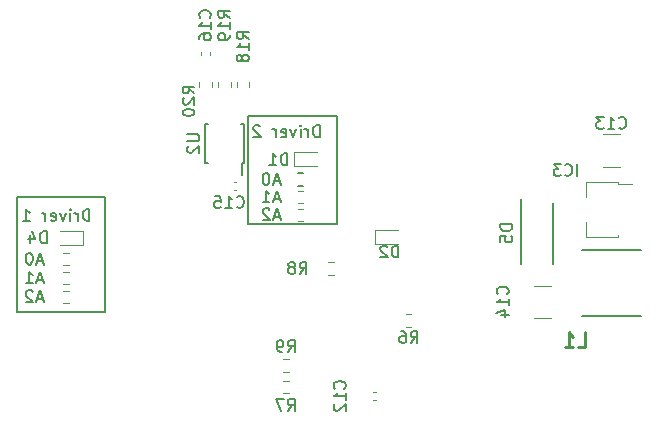
<source format=gbo>
%TF.GenerationSoftware,KiCad,Pcbnew,7.0.8*%
%TF.CreationDate,2023-10-22T00:54:02+03:00*%
%TF.ProjectId,ltp_kikad,6c74705f-6b69-46b6-9164-2e6b69636164,rev?*%
%TF.SameCoordinates,Original*%
%TF.FileFunction,Legend,Bot*%
%TF.FilePolarity,Positive*%
%FSLAX46Y46*%
G04 Gerber Fmt 4.6, Leading zero omitted, Abs format (unit mm)*
G04 Created by KiCad (PCBNEW 7.0.8) date 2023-10-22 00:54:02*
%MOMM*%
%LPD*%
G01*
G04 APERTURE LIST*
%ADD10C,0.150000*%
%ADD11C,0.254000*%
%ADD12C,0.120000*%
%ADD13C,0.127000*%
%ADD14C,0.200000*%
G04 APERTURE END LIST*
D10*
X148787000Y-83900000D02*
X156287000Y-83900000D01*
X156287000Y-93000000D01*
X148787000Y-93000000D01*
X148787000Y-83900000D01*
X129187000Y-90700000D02*
X136662000Y-90700000D01*
X136662000Y-100450000D01*
X129187000Y-100450000D01*
X129187000Y-90700000D01*
X154850220Y-85669819D02*
X154850220Y-84669819D01*
X154850220Y-84669819D02*
X154612125Y-84669819D01*
X154612125Y-84669819D02*
X154469268Y-84717438D01*
X154469268Y-84717438D02*
X154374030Y-84812676D01*
X154374030Y-84812676D02*
X154326411Y-84907914D01*
X154326411Y-84907914D02*
X154278792Y-85098390D01*
X154278792Y-85098390D02*
X154278792Y-85241247D01*
X154278792Y-85241247D02*
X154326411Y-85431723D01*
X154326411Y-85431723D02*
X154374030Y-85526961D01*
X154374030Y-85526961D02*
X154469268Y-85622200D01*
X154469268Y-85622200D02*
X154612125Y-85669819D01*
X154612125Y-85669819D02*
X154850220Y-85669819D01*
X153850220Y-85669819D02*
X153850220Y-85003152D01*
X153850220Y-85193628D02*
X153802601Y-85098390D01*
X153802601Y-85098390D02*
X153754982Y-85050771D01*
X153754982Y-85050771D02*
X153659744Y-85003152D01*
X153659744Y-85003152D02*
X153564506Y-85003152D01*
X153231172Y-85669819D02*
X153231172Y-85003152D01*
X153231172Y-84669819D02*
X153278791Y-84717438D01*
X153278791Y-84717438D02*
X153231172Y-84765057D01*
X153231172Y-84765057D02*
X153183553Y-84717438D01*
X153183553Y-84717438D02*
X153231172Y-84669819D01*
X153231172Y-84669819D02*
X153231172Y-84765057D01*
X152850220Y-85003152D02*
X152612125Y-85669819D01*
X152612125Y-85669819D02*
X152374030Y-85003152D01*
X151612125Y-85622200D02*
X151707363Y-85669819D01*
X151707363Y-85669819D02*
X151897839Y-85669819D01*
X151897839Y-85669819D02*
X151993077Y-85622200D01*
X151993077Y-85622200D02*
X152040696Y-85526961D01*
X152040696Y-85526961D02*
X152040696Y-85146009D01*
X152040696Y-85146009D02*
X151993077Y-85050771D01*
X151993077Y-85050771D02*
X151897839Y-85003152D01*
X151897839Y-85003152D02*
X151707363Y-85003152D01*
X151707363Y-85003152D02*
X151612125Y-85050771D01*
X151612125Y-85050771D02*
X151564506Y-85146009D01*
X151564506Y-85146009D02*
X151564506Y-85241247D01*
X151564506Y-85241247D02*
X152040696Y-85336485D01*
X151135934Y-85669819D02*
X151135934Y-85003152D01*
X151135934Y-85193628D02*
X151088315Y-85098390D01*
X151088315Y-85098390D02*
X151040696Y-85050771D01*
X151040696Y-85050771D02*
X150945458Y-85003152D01*
X150945458Y-85003152D02*
X150850220Y-85003152D01*
X149802600Y-84765057D02*
X149754981Y-84717438D01*
X149754981Y-84717438D02*
X149659743Y-84669819D01*
X149659743Y-84669819D02*
X149421648Y-84669819D01*
X149421648Y-84669819D02*
X149326410Y-84717438D01*
X149326410Y-84717438D02*
X149278791Y-84765057D01*
X149278791Y-84765057D02*
X149231172Y-84860295D01*
X149231172Y-84860295D02*
X149231172Y-84955533D01*
X149231172Y-84955533D02*
X149278791Y-85098390D01*
X149278791Y-85098390D02*
X149850219Y-85669819D01*
X149850219Y-85669819D02*
X149231172Y-85669819D01*
X135350220Y-92769819D02*
X135350220Y-91769819D01*
X135350220Y-91769819D02*
X135112125Y-91769819D01*
X135112125Y-91769819D02*
X134969268Y-91817438D01*
X134969268Y-91817438D02*
X134874030Y-91912676D01*
X134874030Y-91912676D02*
X134826411Y-92007914D01*
X134826411Y-92007914D02*
X134778792Y-92198390D01*
X134778792Y-92198390D02*
X134778792Y-92341247D01*
X134778792Y-92341247D02*
X134826411Y-92531723D01*
X134826411Y-92531723D02*
X134874030Y-92626961D01*
X134874030Y-92626961D02*
X134969268Y-92722200D01*
X134969268Y-92722200D02*
X135112125Y-92769819D01*
X135112125Y-92769819D02*
X135350220Y-92769819D01*
X134350220Y-92769819D02*
X134350220Y-92103152D01*
X134350220Y-92293628D02*
X134302601Y-92198390D01*
X134302601Y-92198390D02*
X134254982Y-92150771D01*
X134254982Y-92150771D02*
X134159744Y-92103152D01*
X134159744Y-92103152D02*
X134064506Y-92103152D01*
X133731172Y-92769819D02*
X133731172Y-92103152D01*
X133731172Y-91769819D02*
X133778791Y-91817438D01*
X133778791Y-91817438D02*
X133731172Y-91865057D01*
X133731172Y-91865057D02*
X133683553Y-91817438D01*
X133683553Y-91817438D02*
X133731172Y-91769819D01*
X133731172Y-91769819D02*
X133731172Y-91865057D01*
X133350220Y-92103152D02*
X133112125Y-92769819D01*
X133112125Y-92769819D02*
X132874030Y-92103152D01*
X132112125Y-92722200D02*
X132207363Y-92769819D01*
X132207363Y-92769819D02*
X132397839Y-92769819D01*
X132397839Y-92769819D02*
X132493077Y-92722200D01*
X132493077Y-92722200D02*
X132540696Y-92626961D01*
X132540696Y-92626961D02*
X132540696Y-92246009D01*
X132540696Y-92246009D02*
X132493077Y-92150771D01*
X132493077Y-92150771D02*
X132397839Y-92103152D01*
X132397839Y-92103152D02*
X132207363Y-92103152D01*
X132207363Y-92103152D02*
X132112125Y-92150771D01*
X132112125Y-92150771D02*
X132064506Y-92246009D01*
X132064506Y-92246009D02*
X132064506Y-92341247D01*
X132064506Y-92341247D02*
X132540696Y-92436485D01*
X131635934Y-92769819D02*
X131635934Y-92103152D01*
X131635934Y-92293628D02*
X131588315Y-92198390D01*
X131588315Y-92198390D02*
X131540696Y-92150771D01*
X131540696Y-92150771D02*
X131445458Y-92103152D01*
X131445458Y-92103152D02*
X131350220Y-92103152D01*
X129731172Y-92769819D02*
X130302600Y-92769819D01*
X130016886Y-92769819D02*
X130016886Y-91769819D01*
X130016886Y-91769819D02*
X130112124Y-91912676D01*
X130112124Y-91912676D02*
X130207362Y-92007914D01*
X130207362Y-92007914D02*
X130302600Y-92055533D01*
X176663189Y-88954819D02*
X176663189Y-87954819D01*
X175615571Y-88859580D02*
X175663190Y-88907200D01*
X175663190Y-88907200D02*
X175806047Y-88954819D01*
X175806047Y-88954819D02*
X175901285Y-88954819D01*
X175901285Y-88954819D02*
X176044142Y-88907200D01*
X176044142Y-88907200D02*
X176139380Y-88811961D01*
X176139380Y-88811961D02*
X176186999Y-88716723D01*
X176186999Y-88716723D02*
X176234618Y-88526247D01*
X176234618Y-88526247D02*
X176234618Y-88383390D01*
X176234618Y-88383390D02*
X176186999Y-88192914D01*
X176186999Y-88192914D02*
X176139380Y-88097676D01*
X176139380Y-88097676D02*
X176044142Y-88002438D01*
X176044142Y-88002438D02*
X175901285Y-87954819D01*
X175901285Y-87954819D02*
X175806047Y-87954819D01*
X175806047Y-87954819D02*
X175663190Y-88002438D01*
X175663190Y-88002438D02*
X175615571Y-88050057D01*
X175282237Y-87954819D02*
X174663190Y-87954819D01*
X174663190Y-87954819D02*
X174996523Y-88335771D01*
X174996523Y-88335771D02*
X174853666Y-88335771D01*
X174853666Y-88335771D02*
X174758428Y-88383390D01*
X174758428Y-88383390D02*
X174710809Y-88431009D01*
X174710809Y-88431009D02*
X174663190Y-88526247D01*
X174663190Y-88526247D02*
X174663190Y-88764342D01*
X174663190Y-88764342D02*
X174710809Y-88859580D01*
X174710809Y-88859580D02*
X174758428Y-88907200D01*
X174758428Y-88907200D02*
X174853666Y-88954819D01*
X174853666Y-88954819D02*
X175139380Y-88954819D01*
X175139380Y-88954819D02*
X175234618Y-88907200D01*
X175234618Y-88907200D02*
X175282237Y-88859580D01*
X152125094Y-88054819D02*
X152125094Y-87054819D01*
X152125094Y-87054819D02*
X151886999Y-87054819D01*
X151886999Y-87054819D02*
X151744142Y-87102438D01*
X151744142Y-87102438D02*
X151648904Y-87197676D01*
X151648904Y-87197676D02*
X151601285Y-87292914D01*
X151601285Y-87292914D02*
X151553666Y-87483390D01*
X151553666Y-87483390D02*
X151553666Y-87626247D01*
X151553666Y-87626247D02*
X151601285Y-87816723D01*
X151601285Y-87816723D02*
X151648904Y-87911961D01*
X151648904Y-87911961D02*
X151744142Y-88007200D01*
X151744142Y-88007200D02*
X151886999Y-88054819D01*
X151886999Y-88054819D02*
X152125094Y-88054819D01*
X150601285Y-88054819D02*
X151172713Y-88054819D01*
X150886999Y-88054819D02*
X150886999Y-87054819D01*
X150886999Y-87054819D02*
X150982237Y-87197676D01*
X150982237Y-87197676D02*
X151077475Y-87292914D01*
X151077475Y-87292914D02*
X151172713Y-87340533D01*
X161525094Y-95854819D02*
X161525094Y-94854819D01*
X161525094Y-94854819D02*
X161286999Y-94854819D01*
X161286999Y-94854819D02*
X161144142Y-94902438D01*
X161144142Y-94902438D02*
X161048904Y-94997676D01*
X161048904Y-94997676D02*
X161001285Y-95092914D01*
X161001285Y-95092914D02*
X160953666Y-95283390D01*
X160953666Y-95283390D02*
X160953666Y-95426247D01*
X160953666Y-95426247D02*
X161001285Y-95616723D01*
X161001285Y-95616723D02*
X161048904Y-95711961D01*
X161048904Y-95711961D02*
X161144142Y-95807200D01*
X161144142Y-95807200D02*
X161286999Y-95854819D01*
X161286999Y-95854819D02*
X161525094Y-95854819D01*
X160572713Y-94950057D02*
X160525094Y-94902438D01*
X160525094Y-94902438D02*
X160429856Y-94854819D01*
X160429856Y-94854819D02*
X160191761Y-94854819D01*
X160191761Y-94854819D02*
X160096523Y-94902438D01*
X160096523Y-94902438D02*
X160048904Y-94950057D01*
X160048904Y-94950057D02*
X160001285Y-95045295D01*
X160001285Y-95045295D02*
X160001285Y-95140533D01*
X160001285Y-95140533D02*
X160048904Y-95283390D01*
X160048904Y-95283390D02*
X160620332Y-95854819D01*
X160620332Y-95854819D02*
X160001285Y-95854819D01*
X144241819Y-81957142D02*
X143765628Y-81623809D01*
X144241819Y-81385714D02*
X143241819Y-81385714D01*
X143241819Y-81385714D02*
X143241819Y-81766666D01*
X143241819Y-81766666D02*
X143289438Y-81861904D01*
X143289438Y-81861904D02*
X143337057Y-81909523D01*
X143337057Y-81909523D02*
X143432295Y-81957142D01*
X143432295Y-81957142D02*
X143575152Y-81957142D01*
X143575152Y-81957142D02*
X143670390Y-81909523D01*
X143670390Y-81909523D02*
X143718009Y-81861904D01*
X143718009Y-81861904D02*
X143765628Y-81766666D01*
X143765628Y-81766666D02*
X143765628Y-81385714D01*
X143337057Y-82338095D02*
X143289438Y-82385714D01*
X143289438Y-82385714D02*
X143241819Y-82480952D01*
X143241819Y-82480952D02*
X143241819Y-82719047D01*
X143241819Y-82719047D02*
X143289438Y-82814285D01*
X143289438Y-82814285D02*
X143337057Y-82861904D01*
X143337057Y-82861904D02*
X143432295Y-82909523D01*
X143432295Y-82909523D02*
X143527533Y-82909523D01*
X143527533Y-82909523D02*
X143670390Y-82861904D01*
X143670390Y-82861904D02*
X144241819Y-82290476D01*
X144241819Y-82290476D02*
X144241819Y-82909523D01*
X143241819Y-83528571D02*
X143241819Y-83623809D01*
X143241819Y-83623809D02*
X143289438Y-83719047D01*
X143289438Y-83719047D02*
X143337057Y-83766666D01*
X143337057Y-83766666D02*
X143432295Y-83814285D01*
X143432295Y-83814285D02*
X143622771Y-83861904D01*
X143622771Y-83861904D02*
X143860866Y-83861904D01*
X143860866Y-83861904D02*
X144051342Y-83814285D01*
X144051342Y-83814285D02*
X144146580Y-83766666D01*
X144146580Y-83766666D02*
X144194200Y-83719047D01*
X144194200Y-83719047D02*
X144241819Y-83623809D01*
X144241819Y-83623809D02*
X144241819Y-83528571D01*
X144241819Y-83528571D02*
X144194200Y-83433333D01*
X144194200Y-83433333D02*
X144146580Y-83385714D01*
X144146580Y-83385714D02*
X144051342Y-83338095D01*
X144051342Y-83338095D02*
X143860866Y-83290476D01*
X143860866Y-83290476D02*
X143622771Y-83290476D01*
X143622771Y-83290476D02*
X143432295Y-83338095D01*
X143432295Y-83338095D02*
X143337057Y-83385714D01*
X143337057Y-83385714D02*
X143289438Y-83433333D01*
X143289438Y-83433333D02*
X143241819Y-83528571D01*
X170746580Y-98957142D02*
X170794200Y-98909523D01*
X170794200Y-98909523D02*
X170841819Y-98766666D01*
X170841819Y-98766666D02*
X170841819Y-98671428D01*
X170841819Y-98671428D02*
X170794200Y-98528571D01*
X170794200Y-98528571D02*
X170698961Y-98433333D01*
X170698961Y-98433333D02*
X170603723Y-98385714D01*
X170603723Y-98385714D02*
X170413247Y-98338095D01*
X170413247Y-98338095D02*
X170270390Y-98338095D01*
X170270390Y-98338095D02*
X170079914Y-98385714D01*
X170079914Y-98385714D02*
X169984676Y-98433333D01*
X169984676Y-98433333D02*
X169889438Y-98528571D01*
X169889438Y-98528571D02*
X169841819Y-98671428D01*
X169841819Y-98671428D02*
X169841819Y-98766666D01*
X169841819Y-98766666D02*
X169889438Y-98909523D01*
X169889438Y-98909523D02*
X169937057Y-98957142D01*
X170841819Y-99909523D02*
X170841819Y-99338095D01*
X170841819Y-99623809D02*
X169841819Y-99623809D01*
X169841819Y-99623809D02*
X169984676Y-99528571D01*
X169984676Y-99528571D02*
X170079914Y-99433333D01*
X170079914Y-99433333D02*
X170127533Y-99338095D01*
X170175152Y-100766666D02*
X170841819Y-100766666D01*
X169794200Y-100528571D02*
X170508485Y-100290476D01*
X170508485Y-100290476D02*
X170508485Y-100909523D01*
X180192357Y-84859580D02*
X180239976Y-84907200D01*
X180239976Y-84907200D02*
X180382833Y-84954819D01*
X180382833Y-84954819D02*
X180478071Y-84954819D01*
X180478071Y-84954819D02*
X180620928Y-84907200D01*
X180620928Y-84907200D02*
X180716166Y-84811961D01*
X180716166Y-84811961D02*
X180763785Y-84716723D01*
X180763785Y-84716723D02*
X180811404Y-84526247D01*
X180811404Y-84526247D02*
X180811404Y-84383390D01*
X180811404Y-84383390D02*
X180763785Y-84192914D01*
X180763785Y-84192914D02*
X180716166Y-84097676D01*
X180716166Y-84097676D02*
X180620928Y-84002438D01*
X180620928Y-84002438D02*
X180478071Y-83954819D01*
X180478071Y-83954819D02*
X180382833Y-83954819D01*
X180382833Y-83954819D02*
X180239976Y-84002438D01*
X180239976Y-84002438D02*
X180192357Y-84050057D01*
X179239976Y-84954819D02*
X179811404Y-84954819D01*
X179525690Y-84954819D02*
X179525690Y-83954819D01*
X179525690Y-83954819D02*
X179620928Y-84097676D01*
X179620928Y-84097676D02*
X179716166Y-84192914D01*
X179716166Y-84192914D02*
X179811404Y-84240533D01*
X178906642Y-83954819D02*
X178287595Y-83954819D01*
X178287595Y-83954819D02*
X178620928Y-84335771D01*
X178620928Y-84335771D02*
X178478071Y-84335771D01*
X178478071Y-84335771D02*
X178382833Y-84383390D01*
X178382833Y-84383390D02*
X178335214Y-84431009D01*
X178335214Y-84431009D02*
X178287595Y-84526247D01*
X178287595Y-84526247D02*
X178287595Y-84764342D01*
X178287595Y-84764342D02*
X178335214Y-84859580D01*
X178335214Y-84859580D02*
X178382833Y-84907200D01*
X178382833Y-84907200D02*
X178478071Y-84954819D01*
X178478071Y-84954819D02*
X178763785Y-84954819D01*
X178763785Y-84954819D02*
X178859023Y-84907200D01*
X178859023Y-84907200D02*
X178906642Y-84859580D01*
X131401285Y-99369104D02*
X130925095Y-99369104D01*
X131496523Y-99654819D02*
X131163190Y-98654819D01*
X131163190Y-98654819D02*
X130829857Y-99654819D01*
X130544142Y-98750057D02*
X130496523Y-98702438D01*
X130496523Y-98702438D02*
X130401285Y-98654819D01*
X130401285Y-98654819D02*
X130163190Y-98654819D01*
X130163190Y-98654819D02*
X130067952Y-98702438D01*
X130067952Y-98702438D02*
X130020333Y-98750057D01*
X130020333Y-98750057D02*
X129972714Y-98845295D01*
X129972714Y-98845295D02*
X129972714Y-98940533D01*
X129972714Y-98940533D02*
X130020333Y-99083390D01*
X130020333Y-99083390D02*
X130591761Y-99654819D01*
X130591761Y-99654819D02*
X129972714Y-99654819D01*
D11*
X176698666Y-103474318D02*
X177303428Y-103474318D01*
X177303428Y-103474318D02*
X177303428Y-102204318D01*
X175610094Y-103474318D02*
X176335809Y-103474318D01*
X175972952Y-103474318D02*
X175972952Y-102204318D01*
X175972952Y-102204318D02*
X176093904Y-102385746D01*
X176093904Y-102385746D02*
X176214856Y-102506699D01*
X176214856Y-102506699D02*
X176335809Y-102567175D01*
D10*
X151451285Y-92419104D02*
X150975095Y-92419104D01*
X151546523Y-92704819D02*
X151213190Y-91704819D01*
X151213190Y-91704819D02*
X150879857Y-92704819D01*
X150594142Y-91800057D02*
X150546523Y-91752438D01*
X150546523Y-91752438D02*
X150451285Y-91704819D01*
X150451285Y-91704819D02*
X150213190Y-91704819D01*
X150213190Y-91704819D02*
X150117952Y-91752438D01*
X150117952Y-91752438D02*
X150070333Y-91800057D01*
X150070333Y-91800057D02*
X150022714Y-91895295D01*
X150022714Y-91895295D02*
X150022714Y-91990533D01*
X150022714Y-91990533D02*
X150070333Y-92133390D01*
X150070333Y-92133390D02*
X150641761Y-92704819D01*
X150641761Y-92704819D02*
X150022714Y-92704819D01*
X147241819Y-75557142D02*
X146765628Y-75223809D01*
X147241819Y-74985714D02*
X146241819Y-74985714D01*
X146241819Y-74985714D02*
X146241819Y-75366666D01*
X146241819Y-75366666D02*
X146289438Y-75461904D01*
X146289438Y-75461904D02*
X146337057Y-75509523D01*
X146337057Y-75509523D02*
X146432295Y-75557142D01*
X146432295Y-75557142D02*
X146575152Y-75557142D01*
X146575152Y-75557142D02*
X146670390Y-75509523D01*
X146670390Y-75509523D02*
X146718009Y-75461904D01*
X146718009Y-75461904D02*
X146765628Y-75366666D01*
X146765628Y-75366666D02*
X146765628Y-74985714D01*
X147241819Y-76509523D02*
X147241819Y-75938095D01*
X147241819Y-76223809D02*
X146241819Y-76223809D01*
X146241819Y-76223809D02*
X146384676Y-76128571D01*
X146384676Y-76128571D02*
X146479914Y-76033333D01*
X146479914Y-76033333D02*
X146527533Y-75938095D01*
X147241819Y-76985714D02*
X147241819Y-77176190D01*
X147241819Y-77176190D02*
X147194200Y-77271428D01*
X147194200Y-77271428D02*
X147146580Y-77319047D01*
X147146580Y-77319047D02*
X147003723Y-77414285D01*
X147003723Y-77414285D02*
X146813247Y-77461904D01*
X146813247Y-77461904D02*
X146432295Y-77461904D01*
X146432295Y-77461904D02*
X146337057Y-77414285D01*
X146337057Y-77414285D02*
X146289438Y-77366666D01*
X146289438Y-77366666D02*
X146241819Y-77271428D01*
X146241819Y-77271428D02*
X146241819Y-77080952D01*
X146241819Y-77080952D02*
X146289438Y-76985714D01*
X146289438Y-76985714D02*
X146337057Y-76938095D01*
X146337057Y-76938095D02*
X146432295Y-76890476D01*
X146432295Y-76890476D02*
X146670390Y-76890476D01*
X146670390Y-76890476D02*
X146765628Y-76938095D01*
X146765628Y-76938095D02*
X146813247Y-76985714D01*
X146813247Y-76985714D02*
X146860866Y-77080952D01*
X146860866Y-77080952D02*
X146860866Y-77271428D01*
X146860866Y-77271428D02*
X146813247Y-77366666D01*
X146813247Y-77366666D02*
X146765628Y-77414285D01*
X146765628Y-77414285D02*
X146670390Y-77461904D01*
X131401285Y-97769104D02*
X130925095Y-97769104D01*
X131496523Y-98054819D02*
X131163190Y-97054819D01*
X131163190Y-97054819D02*
X130829857Y-98054819D01*
X129972714Y-98054819D02*
X130544142Y-98054819D01*
X130258428Y-98054819D02*
X130258428Y-97054819D01*
X130258428Y-97054819D02*
X130353666Y-97197676D01*
X130353666Y-97197676D02*
X130448904Y-97292914D01*
X130448904Y-97292914D02*
X130544142Y-97340533D01*
X145546580Y-75557142D02*
X145594200Y-75509523D01*
X145594200Y-75509523D02*
X145641819Y-75366666D01*
X145641819Y-75366666D02*
X145641819Y-75271428D01*
X145641819Y-75271428D02*
X145594200Y-75128571D01*
X145594200Y-75128571D02*
X145498961Y-75033333D01*
X145498961Y-75033333D02*
X145403723Y-74985714D01*
X145403723Y-74985714D02*
X145213247Y-74938095D01*
X145213247Y-74938095D02*
X145070390Y-74938095D01*
X145070390Y-74938095D02*
X144879914Y-74985714D01*
X144879914Y-74985714D02*
X144784676Y-75033333D01*
X144784676Y-75033333D02*
X144689438Y-75128571D01*
X144689438Y-75128571D02*
X144641819Y-75271428D01*
X144641819Y-75271428D02*
X144641819Y-75366666D01*
X144641819Y-75366666D02*
X144689438Y-75509523D01*
X144689438Y-75509523D02*
X144737057Y-75557142D01*
X145641819Y-76509523D02*
X145641819Y-75938095D01*
X145641819Y-76223809D02*
X144641819Y-76223809D01*
X144641819Y-76223809D02*
X144784676Y-76128571D01*
X144784676Y-76128571D02*
X144879914Y-76033333D01*
X144879914Y-76033333D02*
X144927533Y-75938095D01*
X144641819Y-77366666D02*
X144641819Y-77176190D01*
X144641819Y-77176190D02*
X144689438Y-77080952D01*
X144689438Y-77080952D02*
X144737057Y-77033333D01*
X144737057Y-77033333D02*
X144879914Y-76938095D01*
X144879914Y-76938095D02*
X145070390Y-76890476D01*
X145070390Y-76890476D02*
X145451342Y-76890476D01*
X145451342Y-76890476D02*
X145546580Y-76938095D01*
X145546580Y-76938095D02*
X145594200Y-76985714D01*
X145594200Y-76985714D02*
X145641819Y-77080952D01*
X145641819Y-77080952D02*
X145641819Y-77271428D01*
X145641819Y-77271428D02*
X145594200Y-77366666D01*
X145594200Y-77366666D02*
X145546580Y-77414285D01*
X145546580Y-77414285D02*
X145451342Y-77461904D01*
X145451342Y-77461904D02*
X145213247Y-77461904D01*
X145213247Y-77461904D02*
X145118009Y-77414285D01*
X145118009Y-77414285D02*
X145070390Y-77366666D01*
X145070390Y-77366666D02*
X145022771Y-77271428D01*
X145022771Y-77271428D02*
X145022771Y-77080952D01*
X145022771Y-77080952D02*
X145070390Y-76985714D01*
X145070390Y-76985714D02*
X145118009Y-76938095D01*
X145118009Y-76938095D02*
X145213247Y-76890476D01*
X147829857Y-91559580D02*
X147877476Y-91607200D01*
X147877476Y-91607200D02*
X148020333Y-91654819D01*
X148020333Y-91654819D02*
X148115571Y-91654819D01*
X148115571Y-91654819D02*
X148258428Y-91607200D01*
X148258428Y-91607200D02*
X148353666Y-91511961D01*
X148353666Y-91511961D02*
X148401285Y-91416723D01*
X148401285Y-91416723D02*
X148448904Y-91226247D01*
X148448904Y-91226247D02*
X148448904Y-91083390D01*
X148448904Y-91083390D02*
X148401285Y-90892914D01*
X148401285Y-90892914D02*
X148353666Y-90797676D01*
X148353666Y-90797676D02*
X148258428Y-90702438D01*
X148258428Y-90702438D02*
X148115571Y-90654819D01*
X148115571Y-90654819D02*
X148020333Y-90654819D01*
X148020333Y-90654819D02*
X147877476Y-90702438D01*
X147877476Y-90702438D02*
X147829857Y-90750057D01*
X146877476Y-91654819D02*
X147448904Y-91654819D01*
X147163190Y-91654819D02*
X147163190Y-90654819D01*
X147163190Y-90654819D02*
X147258428Y-90797676D01*
X147258428Y-90797676D02*
X147353666Y-90892914D01*
X147353666Y-90892914D02*
X147448904Y-90940533D01*
X145972714Y-90654819D02*
X146448904Y-90654819D01*
X146448904Y-90654819D02*
X146496523Y-91131009D01*
X146496523Y-91131009D02*
X146448904Y-91083390D01*
X146448904Y-91083390D02*
X146353666Y-91035771D01*
X146353666Y-91035771D02*
X146115571Y-91035771D01*
X146115571Y-91035771D02*
X146020333Y-91083390D01*
X146020333Y-91083390D02*
X145972714Y-91131009D01*
X145972714Y-91131009D02*
X145925095Y-91226247D01*
X145925095Y-91226247D02*
X145925095Y-91464342D01*
X145925095Y-91464342D02*
X145972714Y-91559580D01*
X145972714Y-91559580D02*
X146020333Y-91607200D01*
X146020333Y-91607200D02*
X146115571Y-91654819D01*
X146115571Y-91654819D02*
X146353666Y-91654819D01*
X146353666Y-91654819D02*
X146448904Y-91607200D01*
X146448904Y-91607200D02*
X146496523Y-91559580D01*
X143641819Y-85438095D02*
X144451342Y-85438095D01*
X144451342Y-85438095D02*
X144546580Y-85485714D01*
X144546580Y-85485714D02*
X144594200Y-85533333D01*
X144594200Y-85533333D02*
X144641819Y-85628571D01*
X144641819Y-85628571D02*
X144641819Y-85819047D01*
X144641819Y-85819047D02*
X144594200Y-85914285D01*
X144594200Y-85914285D02*
X144546580Y-85961904D01*
X144546580Y-85961904D02*
X144451342Y-86009523D01*
X144451342Y-86009523D02*
X143641819Y-86009523D01*
X143737057Y-86438095D02*
X143689438Y-86485714D01*
X143689438Y-86485714D02*
X143641819Y-86580952D01*
X143641819Y-86580952D02*
X143641819Y-86819047D01*
X143641819Y-86819047D02*
X143689438Y-86914285D01*
X143689438Y-86914285D02*
X143737057Y-86961904D01*
X143737057Y-86961904D02*
X143832295Y-87009523D01*
X143832295Y-87009523D02*
X143927533Y-87009523D01*
X143927533Y-87009523D02*
X144070390Y-86961904D01*
X144070390Y-86961904D02*
X144641819Y-86390476D01*
X144641819Y-86390476D02*
X144641819Y-87009523D01*
X152153666Y-103854819D02*
X152486999Y-103378628D01*
X152725094Y-103854819D02*
X152725094Y-102854819D01*
X152725094Y-102854819D02*
X152344142Y-102854819D01*
X152344142Y-102854819D02*
X152248904Y-102902438D01*
X152248904Y-102902438D02*
X152201285Y-102950057D01*
X152201285Y-102950057D02*
X152153666Y-103045295D01*
X152153666Y-103045295D02*
X152153666Y-103188152D01*
X152153666Y-103188152D02*
X152201285Y-103283390D01*
X152201285Y-103283390D02*
X152248904Y-103331009D01*
X152248904Y-103331009D02*
X152344142Y-103378628D01*
X152344142Y-103378628D02*
X152725094Y-103378628D01*
X151677475Y-103854819D02*
X151486999Y-103854819D01*
X151486999Y-103854819D02*
X151391761Y-103807200D01*
X151391761Y-103807200D02*
X151344142Y-103759580D01*
X151344142Y-103759580D02*
X151248904Y-103616723D01*
X151248904Y-103616723D02*
X151201285Y-103426247D01*
X151201285Y-103426247D02*
X151201285Y-103045295D01*
X151201285Y-103045295D02*
X151248904Y-102950057D01*
X151248904Y-102950057D02*
X151296523Y-102902438D01*
X151296523Y-102902438D02*
X151391761Y-102854819D01*
X151391761Y-102854819D02*
X151582237Y-102854819D01*
X151582237Y-102854819D02*
X151677475Y-102902438D01*
X151677475Y-102902438D02*
X151725094Y-102950057D01*
X151725094Y-102950057D02*
X151772713Y-103045295D01*
X151772713Y-103045295D02*
X151772713Y-103283390D01*
X151772713Y-103283390D02*
X151725094Y-103378628D01*
X151725094Y-103378628D02*
X151677475Y-103426247D01*
X151677475Y-103426247D02*
X151582237Y-103473866D01*
X151582237Y-103473866D02*
X151391761Y-103473866D01*
X151391761Y-103473866D02*
X151296523Y-103426247D01*
X151296523Y-103426247D02*
X151248904Y-103378628D01*
X151248904Y-103378628D02*
X151201285Y-103283390D01*
X148841819Y-77357142D02*
X148365628Y-77023809D01*
X148841819Y-76785714D02*
X147841819Y-76785714D01*
X147841819Y-76785714D02*
X147841819Y-77166666D01*
X147841819Y-77166666D02*
X147889438Y-77261904D01*
X147889438Y-77261904D02*
X147937057Y-77309523D01*
X147937057Y-77309523D02*
X148032295Y-77357142D01*
X148032295Y-77357142D02*
X148175152Y-77357142D01*
X148175152Y-77357142D02*
X148270390Y-77309523D01*
X148270390Y-77309523D02*
X148318009Y-77261904D01*
X148318009Y-77261904D02*
X148365628Y-77166666D01*
X148365628Y-77166666D02*
X148365628Y-76785714D01*
X148841819Y-78309523D02*
X148841819Y-77738095D01*
X148841819Y-78023809D02*
X147841819Y-78023809D01*
X147841819Y-78023809D02*
X147984676Y-77928571D01*
X147984676Y-77928571D02*
X148079914Y-77833333D01*
X148079914Y-77833333D02*
X148127533Y-77738095D01*
X148270390Y-78880952D02*
X148222771Y-78785714D01*
X148222771Y-78785714D02*
X148175152Y-78738095D01*
X148175152Y-78738095D02*
X148079914Y-78690476D01*
X148079914Y-78690476D02*
X148032295Y-78690476D01*
X148032295Y-78690476D02*
X147937057Y-78738095D01*
X147937057Y-78738095D02*
X147889438Y-78785714D01*
X147889438Y-78785714D02*
X147841819Y-78880952D01*
X147841819Y-78880952D02*
X147841819Y-79071428D01*
X147841819Y-79071428D02*
X147889438Y-79166666D01*
X147889438Y-79166666D02*
X147937057Y-79214285D01*
X147937057Y-79214285D02*
X148032295Y-79261904D01*
X148032295Y-79261904D02*
X148079914Y-79261904D01*
X148079914Y-79261904D02*
X148175152Y-79214285D01*
X148175152Y-79214285D02*
X148222771Y-79166666D01*
X148222771Y-79166666D02*
X148270390Y-79071428D01*
X148270390Y-79071428D02*
X148270390Y-78880952D01*
X148270390Y-78880952D02*
X148318009Y-78785714D01*
X148318009Y-78785714D02*
X148365628Y-78738095D01*
X148365628Y-78738095D02*
X148460866Y-78690476D01*
X148460866Y-78690476D02*
X148651342Y-78690476D01*
X148651342Y-78690476D02*
X148746580Y-78738095D01*
X148746580Y-78738095D02*
X148794200Y-78785714D01*
X148794200Y-78785714D02*
X148841819Y-78880952D01*
X148841819Y-78880952D02*
X148841819Y-79071428D01*
X148841819Y-79071428D02*
X148794200Y-79166666D01*
X148794200Y-79166666D02*
X148746580Y-79214285D01*
X148746580Y-79214285D02*
X148651342Y-79261904D01*
X148651342Y-79261904D02*
X148460866Y-79261904D01*
X148460866Y-79261904D02*
X148365628Y-79214285D01*
X148365628Y-79214285D02*
X148318009Y-79166666D01*
X148318009Y-79166666D02*
X148270390Y-79071428D01*
X131401285Y-96169104D02*
X130925095Y-96169104D01*
X131496523Y-96454819D02*
X131163190Y-95454819D01*
X131163190Y-95454819D02*
X130829857Y-96454819D01*
X130306047Y-95454819D02*
X130210809Y-95454819D01*
X130210809Y-95454819D02*
X130115571Y-95502438D01*
X130115571Y-95502438D02*
X130067952Y-95550057D01*
X130067952Y-95550057D02*
X130020333Y-95645295D01*
X130020333Y-95645295D02*
X129972714Y-95835771D01*
X129972714Y-95835771D02*
X129972714Y-96073866D01*
X129972714Y-96073866D02*
X130020333Y-96264342D01*
X130020333Y-96264342D02*
X130067952Y-96359580D01*
X130067952Y-96359580D02*
X130115571Y-96407200D01*
X130115571Y-96407200D02*
X130210809Y-96454819D01*
X130210809Y-96454819D02*
X130306047Y-96454819D01*
X130306047Y-96454819D02*
X130401285Y-96407200D01*
X130401285Y-96407200D02*
X130448904Y-96359580D01*
X130448904Y-96359580D02*
X130496523Y-96264342D01*
X130496523Y-96264342D02*
X130544142Y-96073866D01*
X130544142Y-96073866D02*
X130544142Y-95835771D01*
X130544142Y-95835771D02*
X130496523Y-95645295D01*
X130496523Y-95645295D02*
X130448904Y-95550057D01*
X130448904Y-95550057D02*
X130401285Y-95502438D01*
X130401285Y-95502438D02*
X130306047Y-95454819D01*
X171141819Y-93061905D02*
X170141819Y-93061905D01*
X170141819Y-93061905D02*
X170141819Y-93300000D01*
X170141819Y-93300000D02*
X170189438Y-93442857D01*
X170189438Y-93442857D02*
X170284676Y-93538095D01*
X170284676Y-93538095D02*
X170379914Y-93585714D01*
X170379914Y-93585714D02*
X170570390Y-93633333D01*
X170570390Y-93633333D02*
X170713247Y-93633333D01*
X170713247Y-93633333D02*
X170903723Y-93585714D01*
X170903723Y-93585714D02*
X170998961Y-93538095D01*
X170998961Y-93538095D02*
X171094200Y-93442857D01*
X171094200Y-93442857D02*
X171141819Y-93300000D01*
X171141819Y-93300000D02*
X171141819Y-93061905D01*
X170141819Y-94538095D02*
X170141819Y-94061905D01*
X170141819Y-94061905D02*
X170618009Y-94014286D01*
X170618009Y-94014286D02*
X170570390Y-94061905D01*
X170570390Y-94061905D02*
X170522771Y-94157143D01*
X170522771Y-94157143D02*
X170522771Y-94395238D01*
X170522771Y-94395238D02*
X170570390Y-94490476D01*
X170570390Y-94490476D02*
X170618009Y-94538095D01*
X170618009Y-94538095D02*
X170713247Y-94585714D01*
X170713247Y-94585714D02*
X170951342Y-94585714D01*
X170951342Y-94585714D02*
X171046580Y-94538095D01*
X171046580Y-94538095D02*
X171094200Y-94490476D01*
X171094200Y-94490476D02*
X171141819Y-94395238D01*
X171141819Y-94395238D02*
X171141819Y-94157143D01*
X171141819Y-94157143D02*
X171094200Y-94061905D01*
X171094200Y-94061905D02*
X171046580Y-94014286D01*
X151451285Y-90919104D02*
X150975095Y-90919104D01*
X151546523Y-91204819D02*
X151213190Y-90204819D01*
X151213190Y-90204819D02*
X150879857Y-91204819D01*
X150022714Y-91204819D02*
X150594142Y-91204819D01*
X150308428Y-91204819D02*
X150308428Y-90204819D01*
X150308428Y-90204819D02*
X150403666Y-90347676D01*
X150403666Y-90347676D02*
X150498904Y-90442914D01*
X150498904Y-90442914D02*
X150594142Y-90490533D01*
X152153666Y-108834819D02*
X152486999Y-108358628D01*
X152725094Y-108834819D02*
X152725094Y-107834819D01*
X152725094Y-107834819D02*
X152344142Y-107834819D01*
X152344142Y-107834819D02*
X152248904Y-107882438D01*
X152248904Y-107882438D02*
X152201285Y-107930057D01*
X152201285Y-107930057D02*
X152153666Y-108025295D01*
X152153666Y-108025295D02*
X152153666Y-108168152D01*
X152153666Y-108168152D02*
X152201285Y-108263390D01*
X152201285Y-108263390D02*
X152248904Y-108311009D01*
X152248904Y-108311009D02*
X152344142Y-108358628D01*
X152344142Y-108358628D02*
X152725094Y-108358628D01*
X151820332Y-107834819D02*
X151153666Y-107834819D01*
X151153666Y-107834819D02*
X151582237Y-108834819D01*
X156946580Y-106957142D02*
X156994200Y-106909523D01*
X156994200Y-106909523D02*
X157041819Y-106766666D01*
X157041819Y-106766666D02*
X157041819Y-106671428D01*
X157041819Y-106671428D02*
X156994200Y-106528571D01*
X156994200Y-106528571D02*
X156898961Y-106433333D01*
X156898961Y-106433333D02*
X156803723Y-106385714D01*
X156803723Y-106385714D02*
X156613247Y-106338095D01*
X156613247Y-106338095D02*
X156470390Y-106338095D01*
X156470390Y-106338095D02*
X156279914Y-106385714D01*
X156279914Y-106385714D02*
X156184676Y-106433333D01*
X156184676Y-106433333D02*
X156089438Y-106528571D01*
X156089438Y-106528571D02*
X156041819Y-106671428D01*
X156041819Y-106671428D02*
X156041819Y-106766666D01*
X156041819Y-106766666D02*
X156089438Y-106909523D01*
X156089438Y-106909523D02*
X156137057Y-106957142D01*
X157041819Y-107909523D02*
X157041819Y-107338095D01*
X157041819Y-107623809D02*
X156041819Y-107623809D01*
X156041819Y-107623809D02*
X156184676Y-107528571D01*
X156184676Y-107528571D02*
X156279914Y-107433333D01*
X156279914Y-107433333D02*
X156327533Y-107338095D01*
X156137057Y-108290476D02*
X156089438Y-108338095D01*
X156089438Y-108338095D02*
X156041819Y-108433333D01*
X156041819Y-108433333D02*
X156041819Y-108671428D01*
X156041819Y-108671428D02*
X156089438Y-108766666D01*
X156089438Y-108766666D02*
X156137057Y-108814285D01*
X156137057Y-108814285D02*
X156232295Y-108861904D01*
X156232295Y-108861904D02*
X156327533Y-108861904D01*
X156327533Y-108861904D02*
X156470390Y-108814285D01*
X156470390Y-108814285D02*
X157041819Y-108242857D01*
X157041819Y-108242857D02*
X157041819Y-108861904D01*
X151451285Y-89419104D02*
X150975095Y-89419104D01*
X151546523Y-89704819D02*
X151213190Y-88704819D01*
X151213190Y-88704819D02*
X150879857Y-89704819D01*
X150356047Y-88704819D02*
X150260809Y-88704819D01*
X150260809Y-88704819D02*
X150165571Y-88752438D01*
X150165571Y-88752438D02*
X150117952Y-88800057D01*
X150117952Y-88800057D02*
X150070333Y-88895295D01*
X150070333Y-88895295D02*
X150022714Y-89085771D01*
X150022714Y-89085771D02*
X150022714Y-89323866D01*
X150022714Y-89323866D02*
X150070333Y-89514342D01*
X150070333Y-89514342D02*
X150117952Y-89609580D01*
X150117952Y-89609580D02*
X150165571Y-89657200D01*
X150165571Y-89657200D02*
X150260809Y-89704819D01*
X150260809Y-89704819D02*
X150356047Y-89704819D01*
X150356047Y-89704819D02*
X150451285Y-89657200D01*
X150451285Y-89657200D02*
X150498904Y-89609580D01*
X150498904Y-89609580D02*
X150546523Y-89514342D01*
X150546523Y-89514342D02*
X150594142Y-89323866D01*
X150594142Y-89323866D02*
X150594142Y-89085771D01*
X150594142Y-89085771D02*
X150546523Y-88895295D01*
X150546523Y-88895295D02*
X150498904Y-88800057D01*
X150498904Y-88800057D02*
X150451285Y-88752438D01*
X150451285Y-88752438D02*
X150356047Y-88704819D01*
X153153666Y-97254819D02*
X153486999Y-96778628D01*
X153725094Y-97254819D02*
X153725094Y-96254819D01*
X153725094Y-96254819D02*
X153344142Y-96254819D01*
X153344142Y-96254819D02*
X153248904Y-96302438D01*
X153248904Y-96302438D02*
X153201285Y-96350057D01*
X153201285Y-96350057D02*
X153153666Y-96445295D01*
X153153666Y-96445295D02*
X153153666Y-96588152D01*
X153153666Y-96588152D02*
X153201285Y-96683390D01*
X153201285Y-96683390D02*
X153248904Y-96731009D01*
X153248904Y-96731009D02*
X153344142Y-96778628D01*
X153344142Y-96778628D02*
X153725094Y-96778628D01*
X152582237Y-96683390D02*
X152677475Y-96635771D01*
X152677475Y-96635771D02*
X152725094Y-96588152D01*
X152725094Y-96588152D02*
X152772713Y-96492914D01*
X152772713Y-96492914D02*
X152772713Y-96445295D01*
X152772713Y-96445295D02*
X152725094Y-96350057D01*
X152725094Y-96350057D02*
X152677475Y-96302438D01*
X152677475Y-96302438D02*
X152582237Y-96254819D01*
X152582237Y-96254819D02*
X152391761Y-96254819D01*
X152391761Y-96254819D02*
X152296523Y-96302438D01*
X152296523Y-96302438D02*
X152248904Y-96350057D01*
X152248904Y-96350057D02*
X152201285Y-96445295D01*
X152201285Y-96445295D02*
X152201285Y-96492914D01*
X152201285Y-96492914D02*
X152248904Y-96588152D01*
X152248904Y-96588152D02*
X152296523Y-96635771D01*
X152296523Y-96635771D02*
X152391761Y-96683390D01*
X152391761Y-96683390D02*
X152582237Y-96683390D01*
X152582237Y-96683390D02*
X152677475Y-96731009D01*
X152677475Y-96731009D02*
X152725094Y-96778628D01*
X152725094Y-96778628D02*
X152772713Y-96873866D01*
X152772713Y-96873866D02*
X152772713Y-97064342D01*
X152772713Y-97064342D02*
X152725094Y-97159580D01*
X152725094Y-97159580D02*
X152677475Y-97207200D01*
X152677475Y-97207200D02*
X152582237Y-97254819D01*
X152582237Y-97254819D02*
X152391761Y-97254819D01*
X152391761Y-97254819D02*
X152296523Y-97207200D01*
X152296523Y-97207200D02*
X152248904Y-97159580D01*
X152248904Y-97159580D02*
X152201285Y-97064342D01*
X152201285Y-97064342D02*
X152201285Y-96873866D01*
X152201285Y-96873866D02*
X152248904Y-96778628D01*
X152248904Y-96778628D02*
X152296523Y-96731009D01*
X152296523Y-96731009D02*
X152391761Y-96683390D01*
X131725094Y-94654819D02*
X131725094Y-93654819D01*
X131725094Y-93654819D02*
X131486999Y-93654819D01*
X131486999Y-93654819D02*
X131344142Y-93702438D01*
X131344142Y-93702438D02*
X131248904Y-93797676D01*
X131248904Y-93797676D02*
X131201285Y-93892914D01*
X131201285Y-93892914D02*
X131153666Y-94083390D01*
X131153666Y-94083390D02*
X131153666Y-94226247D01*
X131153666Y-94226247D02*
X131201285Y-94416723D01*
X131201285Y-94416723D02*
X131248904Y-94511961D01*
X131248904Y-94511961D02*
X131344142Y-94607200D01*
X131344142Y-94607200D02*
X131486999Y-94654819D01*
X131486999Y-94654819D02*
X131725094Y-94654819D01*
X130296523Y-93988152D02*
X130296523Y-94654819D01*
X130534618Y-93607200D02*
X130772713Y-94321485D01*
X130772713Y-94321485D02*
X130153666Y-94321485D01*
X162553666Y-103084819D02*
X162886999Y-102608628D01*
X163125094Y-103084819D02*
X163125094Y-102084819D01*
X163125094Y-102084819D02*
X162744142Y-102084819D01*
X162744142Y-102084819D02*
X162648904Y-102132438D01*
X162648904Y-102132438D02*
X162601285Y-102180057D01*
X162601285Y-102180057D02*
X162553666Y-102275295D01*
X162553666Y-102275295D02*
X162553666Y-102418152D01*
X162553666Y-102418152D02*
X162601285Y-102513390D01*
X162601285Y-102513390D02*
X162648904Y-102561009D01*
X162648904Y-102561009D02*
X162744142Y-102608628D01*
X162744142Y-102608628D02*
X163125094Y-102608628D01*
X161696523Y-102084819D02*
X161886999Y-102084819D01*
X161886999Y-102084819D02*
X161982237Y-102132438D01*
X161982237Y-102132438D02*
X162029856Y-102180057D01*
X162029856Y-102180057D02*
X162125094Y-102322914D01*
X162125094Y-102322914D02*
X162172713Y-102513390D01*
X162172713Y-102513390D02*
X162172713Y-102894342D01*
X162172713Y-102894342D02*
X162125094Y-102989580D01*
X162125094Y-102989580D02*
X162077475Y-103037200D01*
X162077475Y-103037200D02*
X161982237Y-103084819D01*
X161982237Y-103084819D02*
X161791761Y-103084819D01*
X161791761Y-103084819D02*
X161696523Y-103037200D01*
X161696523Y-103037200D02*
X161648904Y-102989580D01*
X161648904Y-102989580D02*
X161601285Y-102894342D01*
X161601285Y-102894342D02*
X161601285Y-102656247D01*
X161601285Y-102656247D02*
X161648904Y-102561009D01*
X161648904Y-102561009D02*
X161696523Y-102513390D01*
X161696523Y-102513390D02*
X161791761Y-102465771D01*
X161791761Y-102465771D02*
X161982237Y-102465771D01*
X161982237Y-102465771D02*
X162077475Y-102513390D01*
X162077475Y-102513390D02*
X162125094Y-102561009D01*
X162125094Y-102561009D02*
X162172713Y-102656247D01*
D12*
%TO.C,IC3*%
X181287000Y-89670000D02*
X180147000Y-89670000D01*
X180147000Y-94160000D02*
X180147000Y-93930000D01*
X180147000Y-89440000D02*
X180147000Y-89670000D01*
X180147000Y-89440000D02*
X177427000Y-89440000D01*
X177427000Y-94160000D02*
X180147000Y-94160000D01*
X177427000Y-92850000D02*
X177427000Y-94160000D01*
X177427000Y-89440000D02*
X177427000Y-90750000D01*
%TO.C,D1*%
X152664500Y-88100000D02*
X152664500Y-86900000D01*
X154624500Y-86900000D02*
X152664500Y-86900000D01*
X154624500Y-88100000D02*
X152664500Y-88100000D01*
%TO.C,D2*%
X159527000Y-94700000D02*
X159527000Y-93500000D01*
X161487000Y-93500000D02*
X159527000Y-93500000D01*
X161487000Y-94700000D02*
X159527000Y-94700000D01*
%TO.C,R20*%
X144664500Y-81437258D02*
X144664500Y-80962742D01*
X145709500Y-81437258D02*
X145709500Y-80962742D01*
%TO.C,C14*%
X173013248Y-98240000D02*
X174435752Y-98240000D01*
X173013248Y-100960000D02*
X174435752Y-100960000D01*
%TO.C,C13*%
X180260752Y-88160000D02*
X178838248Y-88160000D01*
X180260752Y-85440000D02*
X178838248Y-85440000D01*
%TO.C,R13*%
X133149742Y-98677500D02*
X133624258Y-98677500D01*
X133149742Y-99722500D02*
X133624258Y-99722500D01*
D13*
%TO.C,L1*%
X177097800Y-100800400D02*
X182076200Y-100800400D01*
X182076200Y-95199600D02*
X177097800Y-95199600D01*
D12*
%TO.C,R12*%
X152999742Y-91727500D02*
X153474258Y-91727500D01*
X152999742Y-92772500D02*
X153474258Y-92772500D01*
%TO.C,R19*%
X146264500Y-81437258D02*
X146264500Y-80962742D01*
X147309500Y-81437258D02*
X147309500Y-80962742D01*
%TO.C,R14*%
X133149742Y-97077500D02*
X133624258Y-97077500D01*
X133149742Y-98122500D02*
X133624258Y-98122500D01*
%TO.C,C16*%
X144827000Y-78707836D02*
X144827000Y-78492164D01*
X145547000Y-78707836D02*
X145547000Y-78492164D01*
%TO.C,C15*%
X147559164Y-89440000D02*
X147774836Y-89440000D01*
X147559164Y-90160000D02*
X147774836Y-90160000D01*
D10*
%TO.C,U2*%
X145162000Y-87825000D02*
X145387000Y-87825000D01*
X145162000Y-87825000D02*
X145162000Y-84575000D01*
X148287000Y-87825000D02*
X148287000Y-88900000D01*
X148412000Y-87825000D02*
X148287000Y-87825000D01*
X148412000Y-87825000D02*
X148412000Y-84575000D01*
X145162000Y-84575000D02*
X145387000Y-84575000D01*
X148412000Y-84575000D02*
X148187000Y-84575000D01*
D12*
%TO.C,R9*%
X151742742Y-104477500D02*
X152217258Y-104477500D01*
X151742742Y-105522500D02*
X152217258Y-105522500D01*
%TO.C,R18*%
X148909500Y-80962742D02*
X148909500Y-81437258D01*
X147864500Y-80962742D02*
X147864500Y-81437258D01*
%TO.C,R15*%
X133149742Y-95477500D02*
X133624258Y-95477500D01*
X133149742Y-96522500D02*
X133624258Y-96522500D01*
D14*
%TO.C,D5*%
X174639000Y-91230000D02*
X174639000Y-96370000D01*
X171935000Y-96370000D02*
X171935000Y-90925000D01*
D12*
%TO.C,R11*%
X152999742Y-90227500D02*
X153474258Y-90227500D01*
X152999742Y-91272500D02*
X153474258Y-91272500D01*
%TO.C,R7*%
X151749742Y-106277500D02*
X152224258Y-106277500D01*
X151749742Y-107322500D02*
X152224258Y-107322500D01*
%TO.C,C12*%
X159399164Y-107240000D02*
X159614836Y-107240000D01*
X159399164Y-107960000D02*
X159614836Y-107960000D01*
D10*
%TO.C,R2*%
X152999742Y-88727500D02*
X153474258Y-88727500D01*
X152999742Y-89772500D02*
X153474258Y-89772500D01*
D12*
%TO.C,R8*%
X155549742Y-96277500D02*
X156024258Y-96277500D01*
X155549742Y-97322500D02*
X156024258Y-97322500D01*
%TO.C,D4*%
X134847000Y-93600000D02*
X134847000Y-94800000D01*
X132887000Y-94800000D02*
X134847000Y-94800000D01*
X132887000Y-93600000D02*
X134847000Y-93600000D01*
%TO.C,R6*%
X162149742Y-100677500D02*
X162624258Y-100677500D01*
X162149742Y-101722500D02*
X162624258Y-101722500D01*
%TD*%
M02*

</source>
